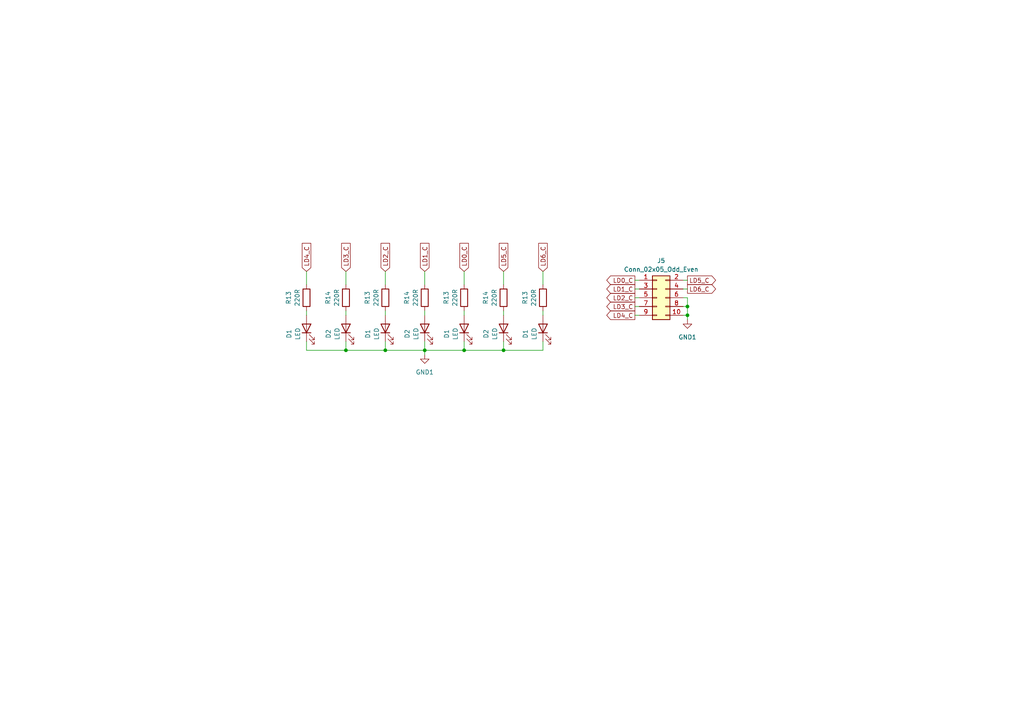
<source format=kicad_sch>
(kicad_sch (version 20230121) (generator eeschema)
  (paper "A4")
  (lib_symbols
    (symbol "Connector_Generic:Conn_02x05_Odd_Even" (pin_names (offset 1.016) hide)
      (property "Reference" "J" (at 1.27 7.62 0))
      (property "Value" "Conn_02x05_Odd_Even" (at 1.27 -7.62 0))
      (symbol "Conn_02x05_Odd_Even_1_1"
        (rectangle (start -1.27 -4.953) (end 0 -5.207) (stroke (width 0.1524)))
        (rectangle (start -1.27 -2.413) (end 0 -2.667) (stroke (width 0.1524)))
        (rectangle (start -1.27 0.127) (end 0 -0.127) (stroke (width 0.1524)))
        (rectangle (start -1.27 2.667) (end 0 2.413) (stroke (width 0.1524)))
        (rectangle (start -1.27 5.207) (end 0 4.953) (stroke (width 0.1524)))
        (rectangle (start -1.27 6.35) (end 3.81 -6.35) (stroke (width 0.254)) (fill (type background)))
        (rectangle (start 3.81 -4.953) (end 2.54 -5.207) (stroke (width 0.1524)))
        (rectangle (start 3.81 -2.413) (end 2.54 -2.667) (stroke (width 0.1524)))
        (rectangle (start 3.81 0.127) (end 2.54 -0.127) (stroke (width 0.1524)))
        (rectangle (start 3.81 2.667) (end 2.54 2.413) (stroke (width 0.1524)))
        (rectangle (start 3.81 5.207) (end 2.54 4.953) (stroke (width 0.1524)))
        (pin passive line (at -5.08 5.08 0) (length 3.81) (name "Pin_1") (number "1"))
        (pin passive line (at 7.62 -5.08 180) (length 3.81) (name "Pin_10") (number "10"))
        (pin passive line (at 7.62 5.08 180) (length 3.81) (name "Pin_2") (number "2"))
        (pin passive line (at -5.08 2.54 0) (length 3.81) (name "Pin_3") (number "3"))
        (pin passive line (at 7.62 2.54 180) (length 3.81) (name "Pin_4") (number "4"))
        (pin passive line (at -5.08 0 0) (length 3.81) (name "Pin_5") (number "5"))
        (pin passive line (at 7.62 0 180) (length 3.81) (name "Pin_6") (number "6"))
        (pin passive line (at -5.08 -2.54 0) (length 3.81) (name "Pin_7") (number "7"))
        (pin passive line (at 7.62 -2.54 180) (length 3.81) (name "Pin_8") (number "8"))
        (pin passive line (at -5.08 -5.08 0) (length 3.81) (name "Pin_9") (number "9"))
      )
    )
    (symbol "Device:LED" (pin_numbers hide) (pin_names (offset 1.016) hide)
      (property "Reference" "D" (at 0 2.54 0))
      (property "Value" "LED" (at 0 -2.54 0))
      (symbol "LED_0_1"
        (polyline (pts (xy -1.27 -1.27) (xy -1.27 1.27)) (stroke (width 0.254)))
        (polyline (pts (xy -1.27 0) (xy 1.27 0)))
        (polyline (pts (xy 1.27 -1.27) (xy 1.27 1.27) (xy -1.27 0) (xy 1.27 -1.27)) (stroke (width 0.254)))
        (polyline (pts (xy -3.048 -0.762) (xy -4.572 -2.286) (xy -3.81 -2.286) (xy -4.572 -2.286) (xy -4.572 -1.524)))
        (polyline (pts (xy -1.778 -0.762) (xy -3.302 -2.286) (xy -2.54 -2.286) (xy -3.302 -2.286) (xy -3.302 -1.524)))
      )
      (symbol "LED_1_1"
        (pin passive line (at -3.81 0 0) (length 2.54) (name "K") (number "1"))
        (pin passive line (at 3.81 0 180) (length 2.54) (name "A") (number "2"))
      )
    )
    (symbol "Device:R" (pin_numbers hide) (pin_names (offset 0))
      (property "Reference" "R" (at 2.032 0 90))
      (property "Value" "R" (at 0 0 90))
      (symbol "R_0_1"
        (rectangle (start -1.016 -2.54) (end 1.016 2.54) (stroke (width 0.254)))
      )
      (symbol "R_1_1"
        (pin passive line (at 0 3.81 270) (length 1.27) (name "~") (number "1"))
        (pin passive line (at 0 -3.81 90) (length 1.27) (name "~") (number "2"))
      )
    )
    (symbol "power:GND1" (power) (pin_names (offset 0))
      (property "Value" "GND1" (at 0 -3.81 0))
      (symbol "GND1_0_1"
        (polyline (pts (xy 0 0) (xy 0 -1.27) (xy 1.27 -1.27) (xy 0 -2.54) (xy -1.27 -1.27) (xy 0 -1.27)))
      )
      (symbol "GND1_1_1"
        (pin power_in line (at 0 0 270) (length 0) hide (name "GND1") (number "1"))
      )
    )
  )
  (junction (at 123.19 101.6))
  (junction (at 199.39 91.44))
  (junction (at 134.62 101.6))
  (junction (at 100.33 101.6))
  (junction (at 199.39 88.9))
  (junction (at 111.76 101.6))
  (junction (at 146.05 101.6))
  (wire (pts (xy 100.33 90.17) (xy 100.33 91.44)))
  (wire (pts (xy 100.33 99.06) (xy 100.33 101.6)))
  (wire (pts (xy 100.33 78.74) (xy 100.33 82.55)))
  (wire (pts (xy 184.15 81.28) (xy 185.42 81.28)))
  (wire (pts (xy 88.9 101.6) (xy 100.33 101.6)))
  (wire (pts (xy 184.15 88.9) (xy 185.42 88.9)))
  (wire (pts (xy 123.19 78.74) (xy 123.19 82.55)))
  (wire (pts (xy 146.05 99.06) (xy 146.05 101.6)))
  (wire (pts (xy 199.39 86.36) (xy 199.39 88.9)))
  (wire (pts (xy 157.48 101.6) (xy 146.05 101.6)))
  (wire (pts (xy 146.05 78.74) (xy 146.05 82.55)))
  (wire (pts (xy 184.15 86.36) (xy 185.42 86.36)))
  (wire (pts (xy 198.12 88.9) (xy 199.39 88.9)))
  (wire (pts (xy 134.62 78.74) (xy 134.62 82.55)))
  (wire (pts (xy 198.12 86.36) (xy 199.39 86.36)))
  (wire (pts (xy 157.48 90.17) (xy 157.48 91.44)))
  (wire (pts (xy 157.48 99.06) (xy 157.48 101.6)))
  (wire (pts (xy 134.62 99.06) (xy 134.62 101.6)))
  (wire (pts (xy 146.05 90.17) (xy 146.05 91.44)))
  (wire (pts (xy 134.62 90.17) (xy 134.62 91.44)))
  (wire (pts (xy 88.9 78.74) (xy 88.9 82.55)))
  (wire (pts (xy 184.15 91.44) (xy 185.42 91.44)))
  (wire (pts (xy 111.76 90.17) (xy 111.76 91.44)))
  (wire (pts (xy 199.39 88.9) (xy 199.39 91.44)))
  (wire (pts (xy 146.05 101.6) (xy 134.62 101.6)))
  (wire (pts (xy 111.76 101.6) (xy 123.19 101.6)))
  (wire (pts (xy 184.15 83.82) (xy 185.42 83.82)))
  (wire (pts (xy 88.9 90.17) (xy 88.9 91.44)))
  (wire (pts (xy 111.76 99.06) (xy 111.76 101.6)))
  (wire (pts (xy 199.39 91.44) (xy 199.39 92.71)))
  (wire (pts (xy 123.19 101.6) (xy 134.62 101.6)))
  (wire (pts (xy 198.12 91.44) (xy 199.39 91.44)))
  (wire (pts (xy 111.76 78.74) (xy 111.76 82.55)))
  (wire (pts (xy 100.33 101.6) (xy 111.76 101.6)))
  (wire (pts (xy 123.19 99.06) (xy 123.19 101.6)))
  (wire (pts (xy 157.48 78.74) (xy 157.48 82.55)))
  (wire (pts (xy 198.12 81.28) (xy 199.39 81.28)))
  (wire (pts (xy 123.19 101.6) (xy 123.19 102.87)))
  (wire (pts (xy 88.9 99.06) (xy 88.9 101.6)))
  (wire (pts (xy 123.19 90.17) (xy 123.19 91.44)))
  (wire (pts (xy 198.12 83.82) (xy 199.39 83.82)))
  (global_label "LD3_C" (shape output) (at 184.15 88.9 180) (property "Intersheetrefs" "${INTERSHEET_REFS}" (effects hide)))
  (global_label "LD1_C" (shape output) (at 184.15 83.82 180) (property "Intersheetrefs" "${INTERSHEET_REFS}" (effects hide)))
  (global_label "LD4_C" (shape input) (at 88.9 78.74 90) (property "Intersheetrefs" "${INTERSHEET_REFS}" (effects hide)))
  (global_label "LD2_C" (shape input) (at 111.76 78.74 90) (property "Intersheetrefs" "${INTERSHEET_REFS}" (effects hide)))
  (global_label "LD5_C" (shape input) (at 146.05 78.74 90) (property "Intersheetrefs" "${INTERSHEET_REFS}" (effects hide)))
  (global_label "LD0_C" (shape input) (at 134.62 78.74 90) (property "Intersheetrefs" "${INTERSHEET_REFS}" (effects hide)))
  (global_label "LD4_C" (shape output) (at 184.15 91.44 180) (property "Intersheetrefs" "${INTERSHEET_REFS}" (effects hide)))
  (global_label "LD6_C" (shape input) (at 157.48 78.74 90) (property "Intersheetrefs" "${INTERSHEET_REFS}" (effects hide)))
  (global_label "LD5_C" (shape output) (at 199.39 81.28 0) (property "Intersheetrefs" "${INTERSHEET_REFS}" (effects hide)))
  (global_label "LD3_C" (shape input) (at 100.33 78.74 90) (property "Intersheetrefs" "${INTERSHEET_REFS}" (effects hide)))
  (global_label "LD6_C" (shape output) (at 199.39 83.82 0) (property "Intersheetrefs" "${INTERSHEET_REFS}" (effects hide)))
  (global_label "LD2_C" (shape output) (at 184.15 86.36 180) (property "Intersheetrefs" "${INTERSHEET_REFS}" (effects hide)))
  (global_label "LD1_C" (shape input) (at 123.19 78.74 90) (property "Intersheetrefs" "${INTERSHEET_REFS}" (effects hide)))
  (global_label "LD0_C" (shape output) (at 184.15 81.28 180) (property "Intersheetrefs" "${INTERSHEET_REFS}" (effects hide)))
  (symbol (lib_id "Device:R") (at 111.76 86.36 180) (unit 1)
    (property "Reference" "R13" (at 106.5528 86.36 90))
    (property "Value" "220R" (at 109.0928 86.36 90))
    (property "Footprint" "Resistor_SMD:R_1206_3216Metric" (effects hide))
    (instances (project "Linefollower" (path "" (reference "R13") (unit 1)) (path "" (reference "R29") (unit 1)) (path "" (reference "R6") (unit 1)) (path "" (reference "R15") (unit 1))) (project "Sensors" (path "" (reference "R17") (unit 1))))
  )
  (symbol (lib_id "Device:LED") (at 146.05 95.25 90) (unit 1)
    (property "Reference" "D2" (at 140.97 96.8375 0))
    (property "Value" "LED" (at 143.51 96.8375 0))
    (property "Footprint" "LED_SMD:LED_1210_3225Metric_Pad1.42x2.65mm_HandSolder" (effects hide))
    (instances (project "Linefollower" (path "" (reference "D2") (unit 1)) (path "" (reference "D6") (unit 1))) (project "Sensors" (path "" (reference "D6") (unit 1))))
  )
  (symbol (lib_id "Device:LED") (at 157.48 95.25 90) (unit 1)
    (property "Reference" "D1" (at 152.4 96.8375 0))
    (property "Value" "LED" (at 154.94 96.8375 0))
    (property "Footprint" "LED_SMD:LED_1210_3225Metric_Pad1.42x2.65mm_HandSolder" (effects hide))
    (instances (project "Linefollower" (path "" (reference "D1") (unit 1)) (path "" (reference "D7") (unit 1))) (project "Sensors" (path "" (reference "D7") (unit 1))))
  )
  (symbol (lib_id "Device:R") (at 123.19 86.36 180) (unit 1)
    (property "Reference" "R14" (at 117.9828 86.36 90))
    (property "Value" "220R" (at 120.5228 86.36 90))
    (property "Footprint" "Resistor_SMD:R_1206_3216Metric" (effects hide))
    (instances (project "Linefollower" (path "" (reference "R14") (unit 1)) (path "" (reference "R29") (unit 1)) (path "" (reference "R6") (unit 1)) (path "" (reference "R16") (unit 1))) (project "Sensors" (path "" (reference "R18") (unit 1))))
  )
  (symbol (lib_id "Device:R") (at 157.48 86.36 180) (unit 1)
    (property "Reference" "R13" (at 152.2728 86.36 90))
    (property "Value" "220R" (at 154.8128 86.36 90))
    (property "Footprint" "Resistor_SMD:R_1206_3216Metric" (effects hide))
    (instances (project "Linefollower" (path "" (reference "R13") (unit 1)) (path "" (reference "R29") (unit 1)) (path "" (reference "R6") (unit 1)) (path "" (reference "R21") (unit 1))) (project "Sensors" (path "" (reference "R21") (unit 1))))
  )
  (symbol (lib_id "Device:LED") (at 134.62 95.25 90) (unit 1)
    (property "Reference" "D1" (at 129.54 96.8375 0))
    (property "Value" "LED" (at 132.08 96.8375 0))
    (property "Footprint" "LED_SMD:LED_1210_3225Metric_Pad1.42x2.65mm_HandSolder" (effects hide))
    (instances (project "Linefollower" (path "" (reference "D1") (unit 1)) (path "" (reference "D5") (unit 1))) (project "Sensors" (path "" (reference "D5") (unit 1))))
  )
  (symbol (lib_id "power:GND1") (at 199.39 92.71 0) (unit 1)
    (property "Reference" "#PWR028" (effects hide))
    (property "Value" "GND1" (at 199.39 97.79 0))
    (instances (project "Linefollower" (path "" (reference "#PWR028") (unit 1))) (project "Sensors" (path "" (reference "#PWR033") (unit 1))))
  )
  (symbol (lib_id "Device:LED") (at 88.9 95.25 90) (unit 1)
    (property "Reference" "D1" (at 83.82 96.8375 0))
    (property "Value" "LED" (at 86.36 96.8375 0))
    (property "Footprint" "LED_SMD:LED_1210_3225Metric_Pad1.42x2.65mm_HandSolder" (effects hide))
    (instances (project "Linefollower" (path "" (reference "D1") (unit 1)) (path "" (reference "D2") (unit 1))) (project "Sensors" (path "" (reference "D1") (unit 1))))
  )
  (symbol (lib_id "Device:LED") (at 111.76 95.25 90) (unit 1)
    (property "Reference" "D1" (at 106.68 96.8375 0))
    (property "Value" "LED" (at 109.22 96.8375 0))
    (property "Footprint" "LED_SMD:LED_1210_3225Metric_Pad1.42x2.65mm_HandSolder" (effects hide))
    (instances (project "Linefollower" (path "" (reference "D1") (unit 1)) (path "" (reference "D3") (unit 1))) (project "Sensors" (path "" (reference "D3") (unit 1))))
  )
  (symbol (lib_id "Device:R") (at 88.9 86.36 180) (unit 1)
    (property "Reference" "R13" (at 83.6928 86.36 90))
    (property "Value" "220R" (at 86.2328 86.36 90))
    (property "Footprint" "Resistor_SMD:R_1206_3216Metric" (effects hide))
    (instances (project "Linefollower" (path "" (reference "R13") (unit 1)) (path "" (reference "R29") (unit 1)) (path "" (reference "R6") (unit 1)) (path "" (reference "R14") (unit 1))) (project "Sensors" (path "" (reference "R15") (unit 1))))
  )
  (symbol (lib_id "Device:R") (at 100.33 86.36 180) (unit 1)
    (property "Reference" "R14" (at 95.1228 86.36 90))
    (property "Value" "220R" (at 97.6628 86.36 90))
    (property "Footprint" "Resistor_SMD:R_1206_3216Metric" (effects hide))
    (instances (project "Linefollower" (path "" (reference "R14") (unit 1)) (path "" (reference "R29") (unit 1)) (path "" (reference "R6") (unit 1)) (path "" (reference "R13") (unit 1))) (project "Sensors" (path "" (reference "R16") (unit 1))))
  )
  (symbol (lib_id "Device:LED") (at 123.19 95.25 90) (unit 1)
    (property "Reference" "D2" (at 118.11 96.8375 0))
    (property "Value" "LED" (at 120.65 96.8375 0))
    (property "Footprint" "LED_SMD:LED_1210_3225Metric_Pad1.42x2.65mm_HandSolder" (effects hide))
    (instances (project "Linefollower" (path "" (reference "D2") (unit 1)) (path "" (reference "D4") (unit 1))) (project "Sensors" (path "" (reference "D4") (unit 1))))
  )
  (symbol (lib_id "Device:R") (at 146.05 86.36 180) (unit 1)
    (property "Reference" "R14" (at 140.8428 86.36 90))
    (property "Value" "220R" (at 143.3828 86.36 90))
    (property "Footprint" "Resistor_SMD:R_1206_3216Metric" (effects hide))
    (instances (project "Linefollower" (path "" (reference "R14") (unit 1)) (path "" (reference "R29") (unit 1)) (path "" (reference "R6") (unit 1)) (path "" (reference "R20") (unit 1))) (project "Sensors" (path "" (reference "R20") (unit 1))))
  )
  (symbol (lib_id "Device:R") (at 134.62 86.36 180) (unit 1)
    (property "Reference" "R13" (at 129.4128 86.36 90))
    (property "Value" "220R" (at 131.9528 86.36 90))
    (property "Footprint" "Resistor_SMD:R_1206_3216Metric" (effects hide))
    (instances (project "Linefollower" (path "" (reference "R13") (unit 1)) (path "" (reference "R29") (unit 1)) (path "" (reference "R6") (unit 1)) (path "" (reference "R19") (unit 1))) (project "Sensors" (path "" (reference "R19") (unit 1))))
  )
  (symbol (lib_id "Device:LED") (at 100.33 95.25 90) (unit 1)
    (property "Reference" "D2" (at 95.25 96.8375 0))
    (property "Value" "LED" (at 97.79 96.8375 0))
    (property "Footprint" "LED_SMD:LED_1210_3225Metric_Pad1.42x2.65mm_HandSolder" (effects hide))
    (instances (project "Linefollower" (path "" (reference "D2") (unit 1)) (path "" (reference "D1") (unit 1))) (project "Sensors" (path "" (reference "D2") (unit 1))))
  )
  (symbol (lib_id "power:GND1") (at 123.19 102.87 0) (unit 1)
    (property "Reference" "#PWR029" (effects hide))
    (property "Value" "GND1" (at 123.19 107.95 0))
    (instances (project "Linefollower" (path "" (reference "#PWR029") (unit 1))) (project "Sensors" (path "" (reference "#PWR031") (unit 1))))
  )
  (symbol (lib_id "Connector_Generic:Conn_02x05_Odd_Even") (at 190.5 86.36 0) (unit 1)
    (property "Reference" "J5" (at 191.77 75.6054 0))
    (property "Value" "Conn_02x05_Odd_Even" (at 191.77 78.1454 0))
    (property "Footprint" "AB_Connector_IDC:IDC-Header_2x05_P2.54mm_Vertical" (effects hide))
    (instances (project "Linefollower" (path "" (reference "J5") (unit 1))) (project "Sensors" (path "" (reference "J4") (unit 1))))
  )
)
</source>
